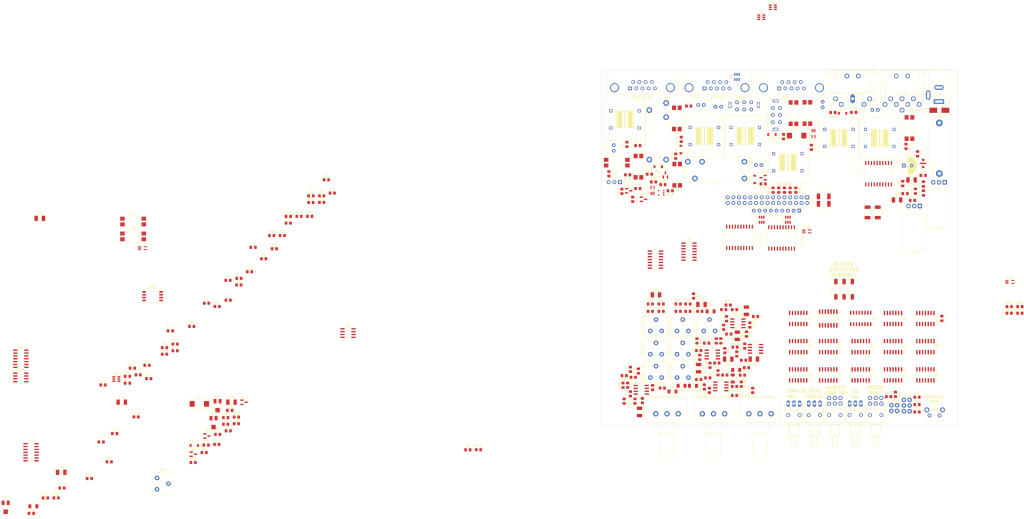
<source format=kicad_pcb>
(kicad_pcb (version 20211014) (generator pcbnew)
  (title_block (date "2023-03-08") (rev "A") (company "ML Elektronika Mateusz Lubecki") (comment 1 "Enclosure: 1455R1602 HAMMOND"))
  (layers (0 "F.Cu" signal) (31 "B.Cu" signal) (34 "B.Paste" user) (35 "F.Paste" user) (36 "B.SilkS" user "B.Silkscreen") (37 "F.SilkS" user "F.Silkscreen") (38 "B.Mask" user) (39 "F.Mask" user) (44 "Edge.Cuts" user))
  (net 0 "")
  (net 1 "Net-(ACC1-Pad1)")
  (net 2 "/RMT_ACC_PIN5")
  (net 3 "Net-(ACC1-Pad3)")
  (net 4 "/RMT_ACC_PIN4")
  (net 5 "/OACC_DPX_RETRN_ND")
  (net 6 "/IACC_DPX_INHIBIT")
  (net 7 "/OACC_DPX_PTT")
  (net 8 "/IACC_SPX_ENABLE")
  (net 9 "/OACC_SPX_PTT")
  (net 10 "/IACC_DPX_PTT")
  (net 11 "/OACC_SPX_ENABLE")
  (net 12 "/IACC_SPX_PTT")
  (net 13 "/OACC_DPX_RETRN")
  (net 14 "/IACC_SPX_INHIBIT")
  (net 15 "+5V")
  (net 16 "/IACC_RETRNSMT")
  (net 17 "/IACC_RETRNSMT_ND")
  (net 18 "/IACC_DPX_MUTE")
  (net 19 "/IACC_DPX_LOOP_INHIBIT")
  (net 20 "DPX_RX_ISOL")
  (net 21 "SPX_RX_ISOL")
  (net 22 "DUPLEX_MASTER_AUD")
  (net 23 "RETRANSMIT_NEVER_DBCED")
  (net 24 "SIMPLEX_MASTER_AUD")
  (net 25 "PC_MASTER_AUD")
  (net 26 "/DPX_RX_AUD")
  (net 27 "Net-(C1-Pad2)")
  (net 28 "/SPX_RX_AUD")
  (net 29 "Net-(C2-Pad2)")
  (net 30 "Net-(C3-Pad2)")
  (net 31 "/PC_FROM_AUD")
  (net 32 "Net-(C4-Pad2)")
  (net 33 "/PC_TO_AUD")
  (net 34 "Net-(C5-Pad2)")
  (net 35 "Net-(C6-Pad1)")
  (net 36 "Net-(C7-Pad1)")
  (net 37 "Net-(C8-Pad1)")
  (net 38 "Net-(C10-Pad1)")
  (net 39 "Net-(C10-Pad2)")
  (net 40 "Net-(C16-Pad1)")
  (net 41 "Net-(C17-Pad1)")
  (net 42 "Net-(C18-Pad1)")
  (net 43 "Net-(C21-Pad1)")
  (net 44 "PC_MIX")
  (net 45 "Net-(C22-Pad1)")
  (net 46 "Net-(C22-Pad2)")
  (net 47 "Net-(C23-Pad1)")
  (net 48 "Net-(C23-Pad2)")
  (net 49 "Net-(C24-Pad1)")
  (net 50 "Net-(C24-Pad2)")
  (net 51 "Net-(C25-Pad1)")
  (net 52 "Net-(C25-Pad2)")
  (net 53 "Net-(C26-Pad1)")
  (net 54 "Net-(C26-Pad2)")
  (net 55 "Net-(C27-Pad1)")
  (net 56 "Net-(C28-Pad1)")
  (net 57 "Net-(C29-Pad2)")
  (net 58 "Net-(C30-Pad2)")
  (net 59 "Net-(C31-Pad1)")
  (net 60 "Net-(C31-Pad2)")
  (net 61 "Net-(C32-Pad1)")
  (net 62 "Net-(C32-Pad2)")
  (net 63 "Net-(C33-Pad1)")
  (net 64 "Net-(C33-Pad2)")
  (net 65 "Net-(C34-Pad1)")
  (net 66 "Net-(C34-Pad2)")
  (net 67 "Net-(C35-Pad2)")
  (net 68 "Net-(C36-Pad2)")
  (net 69 "DPX_RX_ISOL_SW_VOL")
  (net 70 "Net-(C37-Pad2)")
  (net 71 "Net-(C38-Pad1)")
  (net 72 "Net-(C38-Pad2)")
  (net 73 "Net-(C39-Pad1)")
  (net 74 "Net-(C39-Pad2)")
  (net 75 "Net-(C40-Pad1)")
  (net 76 "Net-(C40-Pad2)")
  (net 77 "Net-(C41-Pad1)")
  (net 78 "Net-(C41-Pad2)")
  (net 79 "Net-(C42-Pad1)")
  (net 80 "Net-(C42-Pad2)")
  (net 81 "Net-(C43-Pad2)")
  (net 82 "Net-(C44-Pad1)")
  (net 83 "Net-(C45-Pad1)")
  (net 84 "DUPLEX_MIX")
  (net 85 "Net-(C46-Pad1)")
  (net 86 "SIMPLEX_MIX")
  (net 87 "Net-(C47-Pad1)")
  (net 88 "Net-(C48-Pad1)")
  (net 89 "Net-(C48-Pad2)")
  (net 90 "+VDC")
  (net 91 "/Power/VDDA_UNFUSED")
  (net 92 "/Power/+5V_UNFUSED")
  (net 93 "Net-(C58-Pad1)")
  (net 94 "Net-(D1-Pad1)")
  (net 95 "/~{DPX_INHIBIT}")
  (net 96 "Net-(D2-Pad1)")
  (net 97 "/~{SPX_INHIBIT}")
  (net 98 "Net-(D3-Pad1)")
  (net 99 "/ROGER_PTT_SW")
  (net 100 "Net-(D4-Pad1)")
  (net 101 "/SPX_MSTR_ENABLE")
  (net 102 "/~{RMT_DPX_LOOP_INHIBIT}")
  (net 103 "/~{RMT_DIR_DUPLEX_PTT}")
  (net 104 "/~{RMT_DIR_SIMPLEX_PTT}")
  (net 105 "/~{RMT_SPX_INHIBIT}")
  (net 106 "/~{RMT_DPX_INHIBIT}")
  (net 107 "/SPX_CTCSS_DET")
  (net 108 "/PC_FROM_PTT")
  (net 109 "Net-(D5-Pad1)")
  (net 110 "Net-(D9-Pad1)")
  (net 111 "/DUPLEX_PTT_ISOL")
  (net 112 "/SIMPLEX_PTT_ISOL")
  (net 113 "CLK")
  (net 114 "/CNTR_CLR")
  (net 115 "VDDA")
  (net 117 "/DPX_TX_TAIL")
  (net 118 "/DPX_TX_TAIL_CLR")
  (net 121 "Net-(D12-Pad1)")
  (net 124 "SPX_ENABLE")
  (net 125 "+BATT")
  (net 126 "Net-(IC4-Pad5)")
  (net 127 "/DPX_CTCSS_DET")
  (net 131 "/DPX_CARRIER_DET")
  (net 132 "GND2")
  (net 135 "/SPX_FLAT_TX_AUD")
  (net 136 "/SPX_PTT")
  (net 137 "/SPX_TX_AUD")
  (net 138 "/SPX_PIN6")
  (net 139 "GNDS")
  (net 140 "/SPX_PIN8")
  (net 141 "/SPX_FLAT_PTT")
  (net 142 "/DPX_CTCSS_DET_ISOL")
  (net 143 "/RETRANSMIT")
  (net 144 "/DPX_CARRIER_DET_ISOL")
  (net 145 "/DPX_PTT")
  (net 146 "/DPX_FLAT_PTT")
  (net 147 "/DPX_FLAT_TX_AUD")
  (net 148 "/DPX_TX_AUD")
  (net 152 "GND3")
  (net 154 "DPX_RX_ISOL_SW")
  (net 155 "Net-(Q1-Pad1)")
  (net 156 "Net-(Q2-Pad1)")
  (net 157 "Net-(Q3-Pad1)")
  (net 158 "Net-(Q4-Pad1)")
  (net 159 "Net-(Q4-Pad3)")
  (net 160 "Net-(Q5-Pad1)")
  (net 161 "Net-(Q5-Pad3)")
  (net 162 "Net-(Q6-Pad1)")
  (net 163 "ROGER_PTT_CNTRL_OUT")
  (net 164 "Net-(Q7-Pad1)")
  (net 165 "Net-(Q7-Pad3)")
  (net 166 "Net-(D16-Pad2)")
  (net 167 "Net-(R11-Pad2)")
  (net 168 "Net-(R12-Pad2)")
  (net 169 "Net-(R13-Pad2)")
  (net 170 "/PC_TO_RETR_ACTIVE")
  (net 171 "Net-(R14-Pad2)")
  (net 172 "Net-(R15-Pad2)")
  (net 173 "/SPX_CTCSS_DET_ISOL")
  (net 174 "Net-(D16-Pad3)")
  (net 176 "/SPX_ENABLE_CNTRL")
  (net 177 "/~{DPX_MUTE}")
  (net 178 "/~{RETRANSMIT_NEVER_DBCED}")
  (net 179 "Net-(D18-Pad2)")
  (net 180 "/RETRANSMIT_FROM_ACC")
  (net 181 "/DBC_CNTRL")
  (net 182 "/~{DBC_CNTRL}")
  (net 183 "Net-(D18-Pad4)")
  (net 184 "Net-(R34-Pad2)")
  (net 185 "Net-(R35-Pad2)")
  (net 186 "Net-(R36-Pad2)")
  (net 187 "Net-(R37-Pad2)")
  (net 188 "Net-(R38-Pad2)")
  (net 189 "Net-(R39-Pad2)")
  (net 190 "Net-(R40-Pad2)")
  (net 191 "Net-(D18-Pad6)")
  (net 192 "Net-(R43-Pad2)")
  (net 193 "Net-(IC3-Pad9)")
  (net 194 "Net-(IC3-Pad11)")
  (net 195 "Net-(IC3-Pad14)")
  (net 196 "Net-(D20-Pad1)")
  (net 197 "Net-(IC3-Pad1)")
  (net 198 "ROGER_PTT_INPUT")
  (net 199 "RETRANSMIT_DBCED")
  (net 200 "Net-(R62-Pad1)")
  (net 201 "ROGER_AUDIO")
  (net 202 "Net-(R16-Pad2)")
  (net 203 "Net-(R67-Pad1)")
  (net 204 "Net-(R20-Pad1)")
  (net 205 "Net-(R68-Pad2)")
  (net 206 "Net-(R21-Pad2)")
  (net 208 "Net-(R69-Pad2)")
  (net 209 "Net-(IC5-Pad9)")
  (net 210 "Net-(R21-Pad1)")
  (net 211 "Net-(R22-Pad2)")
  (net 212 "Net-(R70-Pad2)")
  (net 213 "PC_RX_ISOL")
  (net 214 "SPX_RX_ISOL_SW")
  (net 215 "DPX_TX_ISOL")
  (net 216 "SPX_TX_ISOL")
  (net 217 "Net-(R42-Pad2)")
  (net 218 "PC_TX_ISOL")
  (net 220 "Net-(R48-Pad1)")
  (net 221 "Net-(SW5-Pad2)")
  (net 222 "GND1")
  (net 223 "/~{DPX_LOOP_INH_FROM_RMT}")
  (net 224 "/~{DPX_PTT_DIR_FROM_RMT}")
  (net 225 "/~{SPX_PTT_DIR_FROM_RMT}")
  (net 226 "/~{SPX_INHIBIT_FROM_RMT}")
  (net 227 "/~{DPX_INHIBIT_FROM_RMT}")
  (net 228 "Net-(R51-Pad2)")
  (net 229 "Net-(R61-Pad1)")
  (net 230 "/DPX_INHIBIT_FROM_ACC")
  (net 231 "Net-(R63-Pad1)")
  (net 232 "ROGER_AUDIO_SW")
  (net 233 "Net-(R78-Pad1)")
  (net 234 "Net-(R88-Pad1)")
  (net 235 "/DPX_PTT_DIR_FROM_RMT")
  (net 236 "Net-(R89-Pad1)")
  (net 237 "/DPX_RETRN_DBC")
  (net 238 "Net-(R100-Pad2)")
  (net 239 "Net-(R101-Pad2)")
  (net 240 "Net-(R106-Pad2)")
  (net 241 "Net-(R108-Pad2)")
  (net 242 "MAIN_RETRANSMIT")
  (net 243 "/SPX_PTT_AFT_INHIBIT")
  (net 244 "Net-(R110-Pad2)")
  (net 245 "/SPX_INHIBIT_CNTRL")
  (net 247 "/SPX_PTT_FROM_ACC")
  (net 248 "/SPX_ENABLE_FROM_ACC")
  (net 249 "/DPX_LOOP_INH_FROM_ACC")
  (net 250 "/SPX_INHIBIT_FROM_ACC")
  (net 251 "/DPX_PTT_FROM_ACC")
  (net 253 "~{DPX_LOOP_INHIBIT}")
  (net 254 "/DPX_PTT_CNTRL")
  (net 255 "/DPX_PTT_CNTRL_AFT_INIBIT")
  (net 256 "Net-(U20-Pad12)")
  (net 258 "Net-(U22-Pad3)")
  (net 260 "Net-(U23-Pad12)")
  (net 261 "Net-(U24-Pad3)")
  (net 262 "Net-(U25-Pad3)")
  (net 265 "/2Y3")
  (net 268 "Net-(U8-Pad1)")
  (net 269 "Net-(U13-Pad6)")
  (net 273 "Net-(U13-Pad10)")
  (net 274 "Net-(U21-Pad4)")
  (net 275 "Net-(D10-Pad1)")
  (net 276 "Net-(D11-Pad1)")
  (net 277 "Net-(U13-Pad4)")
  (net 278 "Net-(D15-Pad2)")
  (net 279 "Net-(U13-Pad8)")
  (net 282 "Net-(U16-Pad3)")
  (net 283 "Net-(U16-Pad6)")
  (net 284 "Net-(D19-Pad1)")
  (net 285 "Net-(U17-Pad2)")
  (net 286 "Net-(U18-Pad12)")
  (net 287 "/CNTR0")
  (net 288 "/CNTR1")
  (net 289 "/CNTR2")
  (net 290 "/CNTR3")
  (net 291 "Net-(U18-Pad6)")
  (net 292 "Net-(U18-Pad8)")
  (net 293 "/SPX_PTT_CNTRL")
  (net 294 "/DPX_PTT_CNTRL_WO_ROGER")
  (net 295 "Net-(R111-Pad2)")
  (net 296 "Net-(R117-Pad1)")
  (net 297 "Net-(R118-Pad2)")
  (net 298 "Net-(R119-Pad2)")
  (net 300 "Net-(U11-Pad4)")
  (net 305 "/AudioFilters/TONE_DET")
  (net 310 "Net-(U31-Pad3)")
  (net 311 "/ACC_+V")
  (net 312 "/ACC_5V")
  (net 313 "Net-(F5-Pad2)")
  (net 314 "/DPX_LOOP_INH_CNTRL")
  (net 315 "/RETRNSMIT_ND_FROM_ACC")
  (net 316 "GND")
  (net 317 "Net-(R13-Pad1)")
  (net 318 "Net-(C3-Pad1)")
  (net 320 "Net-(U12-Pad2)")
  (net 321 "DUPLEX_MIX_SW")
  (net 322 "Net-(Q1-Pad2)")
  (net 323 "Net-(SW10-Pad2)")
  (footprint "Resistor_SMD:R_0805_2012Metric_Pad1.20x1.40mm_HandSolder" (layer "F.Cu") (at -191.846 170.36)
    (fp_text reference "R116")
    (fp_text value "20k")
  )
  (footprint "Capacitor_SMD:C_1206_3216Metric_Pad1.33x1.80mm_HandSolder" (layer "F.Cu") (at 76.2 149.352)
    (fp_text reference "C46")
    (fp_text value "22u")
  )
  (footprint "swtiches_spdt_dpdt:Ninigi_SS22F03-G6" (layer "F.Cu") (at 79.75 31.35)
    (fp_text reference "SW9")
    (fp_text value "SW_Push_DPDT")
  )
  (footprint "Capacitor_SMD:C_0805_2012Metric_Pad1.18x1.45mm_HandSolder" (layer "F.Cu") (at 157.226 52.832 -90)
    (fp_text reference "C51")
    (fp_text value "100n")
  )
  (footprint "Capacitor_Tantalum_SMD:CP_EIA-3528-21_Kemet-B_Pad1.50x2.35mm_HandSolder" (layer "F.Cu") (at 148.082 73.406)
    (fp_text reference "C57")
    (fp_text value "10u")
  )
  (footprint "Resistor_SMD:R_0805_2012Metric_Pad1.20x1.40mm_HandSolder" (layer "F.Cu") (at 88.25 66.25 180)
    (fp_text reference "R26")
    (fp_text value "22k")
  )
  (footprint "Resistor_SMD:R_0805_2012Metric_Pad1.20x1.40mm_HandSolder" (layer "F.Cu") (at 80.772 148.336 180)
    (fp_text reference "R120")
    (fp_text value "10k")
  )
  (footprint "Diode_SMD:D_SMB_Handsoldering" (layer "F.Cu") (at 166.93 33.37 180)
    (fp_text reference "D20")
    (fp_text value "MURS120-E3")
  )
  (footprint "swtiches_spdt_dpdt:TL3XWO" (layer "F.Cu") (at 102.01 169.48 180)
    (fp_text reference "SW3")
    (fp_text value "SPX_INHIBIT")
  )
  (footprint "Resistor_SMD:R_0805_2012Metric_Pad1.20x1.40mm_HandSolder" (layer "F.Cu") (at 26.162 163.322 -90)
    (fp_text reference "R74")
    (fp_text value "51k")
  )
  (footprint "potentiometers:Potentiometer_SRpassives_1028F" (layer "F.Cu") (at 42.926 131.941 90)
    (fp_text reference "SPX_VOL_1")
    (fp_text value "10k")
  )
  (footprint "Package_TO_SOT_SMD:SOT-23" (layer "F.Cu") (at 44.58 62.27 90)
    (fp_text reference "Q2")
    (fp_text value "BC856")
  )
  (footprint "potentiometers:Potentiometer_SRpassives_1028F" (layer "F.Cu") (at 54.864 142.355 90)
    (fp_text reference "DPX_HI1")
    (fp_text value "10k")
  )
  (footprint "sterownik:MAB5SH" (layer "F.Cu") (at 128.2 23.13 180)
    (fp_text reference "X2" hide)
    (fp_text value "PC")
  )
  (footprint "Capacitor_SMD:C_1206_3216Metric_Pad1.33x1.80mm_HandSolder" (layer "F.Cu") (at 74.676 153.2005 -90)
    (fp_text reference "C45")
    (fp_text value "22u")
  )
  (footprint "Resistor_SMD:R_0805_2012Metric_Pad1.20x1.40mm_HandSolder" (layer "F.Cu") (at 97.756 69.056 90)
    (fp_text reference "R38")
    (fp_text value "660")
  )
  (footprint "Resistor_SMD:R_0805_2012Metric_Pad1.20x1.40mm_HandSolder" (layer "F.Cu") (at 64.262 158.496 90)
    (fp_text reference "R110")
    (fp_text value "20k")
  )
  (footprint "Package_SO:SOIC-14_3.9x8.7mm_P1.27mm" (layer "F.Cu") (at 117.3 138.94 -90)
    (fp_text reference "U15")
    (fp_text value "74HC74")
  )
  (footprint "Resistor_SMD:R_0805_2012Metric_Pad1.20x1.40mm_HandSolder" (layer "F.Cu") (at -150.806 109.36)
    (fp_text reference "R41")
    (fp_text value "51k")
  )
  (footprint "Package_SO:SO-14_3.9x8.65mm_P1.27mm" (layer "F.Cu") (at 146.26 138.93 -90)
    (fp_text reference "U17")
    (fp_text value "74HC32D")
  )
  (footprint "Capacitor_SMD:C_0805_2012Metric_Pad1.18x1.45mm_HandSolder" (layer "F.Cu") (at -207.486 181.54)
    (fp_text reference "C47")
    (fp_text value "10n")
  )
  (footprint "Resistor_SMD:R_0805_2012Metric_Pad1.20x1.40mm_HandSolder" (layer "F.Cu") (at 50.292 123.19)
    (fp_text reference "R76")
    (fp_text value "R")
  )
  (footprint "Capacitor_SMD:C_0805_2012Metric_Pad1.18x1.45mm_HandSolder" (layer "F.Cu") (at 159.86 70.35 90)
    (fp_text reference "C54")
    (fp_text value "100n")
  )
  (footprint "Resistor_SMD:R_0805_2012Metric_Pad1.20x1.40mm_HandSolder" (layer "F.Cu") (at -167.026 129.92)
    (fp_text reference "R44")
    (fp_text value "10k")
  )
  (footprint "Resistor_SMD:R_0805_2012Metric_Pad1.20x1.40mm_HandSolder" (layer "F.Cu") (at 32.512 149.86 90)
    (fp_text reference "R72")
    (fp_text value "10k")
  )
  (footprint "Connector_Dsub:DSUB-9_Female_Horizontal_P2.77x2.84mm_EdgePinOffset4.94mm_Housed_MountingHolesOffset7.48mm" (layer "F.Cu") (at 28.81 23.580331 180)
    (fp_text reference "J1" hide)
    (fp_text value "DUPLEX_RX")
  )
  (footprint "Capacitor_SMD:C_0805_2012Metric_Pad1.18x1.45mm_HandSolder" (layer "F.Cu") (at -201.436 177.81)
    (fp_text reference "C43")
    (fp_text value "2u2")
  )
  (footprint "Capacitor_Tantalum_SMD:CP_EIA-7343-31_Kemet-D_Pad2.25x2.55mm_HandSolder" (layer "F.Cu") (at 103.2 44.7)
    (fp_text reference "C8")
    (fp_text value "330u")
  )
  (footprint "Capacitor_SMD:C_0805_2012Metric_Pad1.18x1.45mm_HandSolder" (layer "F.Cu") (at 59.944 143.748 90)
    (fp_text reference "C29")
    (fp_text value "10n")
  )
  (footprint "Package_SO:SO-14_3.9x8.65mm_P1.27mm" (layer "F.Cu") (at 117.31 151.57 -90)
    (fp_text reference "U21")
    (fp_text value "74HC08D")
  )
  (footprint "Package_SO:SOIC-8_3.9x4.9mm_P1.27mm" (layer "F.Cu") (at -97.19 132.9)
    (fp_text reference "IC4")
    (fp_text value "LM567CH")
  )
  (footprint "Resistor_THT:R_Array_SIP9" (layer "F.Cu") (at 104.375 78.2 180)
    (fp_text reference "RN1")
    (fp_text value "22k")
  )
  (footprint "Resistor_SMD:R_0805_2012Metric_Pad1.20x1.40mm_HandSolder" (layer "F.Cu") (at 42.672 123.19)
    (fp_text reference "R79")
    (fp_text value "R")
  )
  (footprint "Resistor_SMD:R_0805_2012Metric_Pad1.20x1.40mm_HandSolder" (layer "F.Cu") (at 46.72 69.33 180)
    (fp_text reference "R19")
    (fp_text value "10k")
  )
  (footprint "Package_SO:SO-14_3.9x8.65mm_P1.27mm" (layer "F.Cu") (at 55.118 96.52)
    (fp_text reference "U31")
    (fp_text value "HEF4093B")
  )
  (footprint "Resistor_SMD:R_0805_2012Metric_Pad1.20x1.40mm_HandSolder" (layer "F.Cu") (at 30.226 152.654 180)
    (fp_text reference "R71")
    (fp_text value "10k")
  )
  (footprint "Capacitor_SMD:C_1206_3216Metric_Pad1.33x1.80mm_HandSolder" (layer "F.Cu") (at 56.896 156.464 180)
    (fp_text reference "C39")
    (fp_text value "22u")
  )
  (footprint "Package_TO_SOT_SMD:SOT-353_SC-70-5_Handsoldering" (layer "F.Cu") (at -188.986 94.97)
    (fp_text reference "U14")
    (fp_text value "74LVC1G06GW")
  )
  (footprint "LED:LED_MENTOR_1801" (layer "F.Cu") (at 145.53 165.13)
    (fp_text reference "D16")
    (fp_text value "LED_Dual_AKKA")
  )
  (footprint "Package_TO_SOT_SMD:SOT-353_SC-70-5_Handsoldering" (layer "F.Cu") (at 110.75 43.8 -90)
    (fp_text reference "U10")
    (fp_text value "74LVC1G06")
  )
  (footprint "Resistor_SMD:R_0805_2012Metric_Pad1.20x1.40mm_HandSolder" (layer "F.Cu") (at -179.166 139.4)
    (fp_text reference "R4")
    (fp_text value "10k")
  )
  (footprint "Connector_PinHeader_2.54mm:PinHeader_1x03_P2.54mm_Vertical" (layer "F.Cu") (at 24.335 65.5 -90)
    (fp_text reference "J5")
    (fp_text value "Conn_01x03_Male")
  )
  (footprint "Resistor_SMD:R_0805_2012Metric_Pad1.20x1.40mm_HandSolder" (layer "F.Cu") (at -161.466 186.26)
    (fp_text reference "R59")
    (fp_text value "R")
  )
  (footprint "Resistor_SMD:R_0805_2012Metric_Pad1.20x1.40mm_HandSolder" (layer "F.Cu") (at -114.306 80.76)
    (fp_text reference "R32")
    (fp_text value "51k")
  )
  (footprint "Resistor_SMD:R_0805_2012Metric_Pad1.20x1.40mm_HandSolder" (layer "F.Cu") (at 202.91 121.09)
    (fp_text reference "R66")
    (fp_text value "10k")
  )
  (footprint "Resistor_SMD:R_0805_2012Metric_Pad1.20x1.40mm_HandSolder" (layer "F.Cu") (at 28.956 149.098 90)
    (fp_text reference "R101")
    (fp_text value "10k")
  )
  (footprint "Package_SO:SO-14_3.9x8.65mm_P1.27mm" (layer "F.Cu") (at 131.79 151.56 -90)
    (fp_text reference "U22")
    (fp_text value "74HC08D")
  )
  (footprint "Capacitor_THT:C_Radial_D6.3mm_H7.0mm_P2.50mm" (layer "F.Cu") (at 114.83 29.57 -90)
    (fp_text reference "C4")
    (fp_text value "120u")
  )
  (footprint "paratnc_cp:NORMAL" (layer "F.Cu") (at 99.265 55.295 180)
    (fp_text reference "TR6" hide)
    (fp_text value "CRIYCHLEY9000" hide)
  )
  (footprint "Resistor_SMD:R_0805_2012Metric_Pad1.20x1.40mm_HandSolder" (layer "F.Cu") (at 128.69 34.32)
    (fp_text reference "R15")
    (fp_text value "R")
  )
  (footprint "Capacitor_THT:C_Radial_D6.3mm_H7.0mm_P2.50mm" (layer "F.Cu") (at 59.2 31)
    (fp_text reference "C3")
    (fp_text value "C_Polarized")
  )
  (footprint "Resistor_SMD:R_0805_2012Metric_Pad1.20x1.40mm_HandSolder" (layer "F.Cu") (at 71.12 140.716 -90)
    (fp_text reference "R96")
    (fp_text value "20k")
  )
  (footprint "Package_SO:SOIC-8_3.9x4.9mm_P1.27mm" (layer "F.Cu") (at 65.532 142.478)
    (fp_text reference "U33")
    (fp_text value "LMV358")
  )
  (footprint "Resistor_SMD:R_0805_2012Metric_Pad1.20x1.40mm_HandSolder" (layer "F.Cu") (at 82.296 129.286 -90)
    (fp_text reference "R93")
    (fp_text value "20k")
  )
  (footprint "Package_SO:SOIC-8_3.9x4.9mm_P1.27mm" (layer "F.Cu") (at 33.782 158.242)
    (fp_text reference "U36")
    (fp_text value "LMV358")
  )
  (footprint "Resistor_SMD:R_0805_2012Metric_Pad1.20x1.40mm_HandSolder" (layer "F.Cu") (at 30.988 163.322 90)
    (fp_text reference "R73")
    (fp_text value "10k")
  )
  (footprint "Resistor_SMD:R_0805_2012Metric_Pad1.20x1.40mm_HandSolder" (layer "F.Cu") (at 54.61 123.19)
    (fp_text reference "R77")
    (fp_text value "R")
  )
  (footprint "sterownik:SO14" (layer "F.Cu") (at 117.3 126.38 180)
    (fp_text reference "IC2")
    (fp_text value "74HC393M")
  )
  (footprint "Capacitor_SMD:C_0805_2012Metric_Pad1.18x1.45mm_HandSolder" (layer "F.Cu") (at -238.676 213.45)
    (fp_text reference "C24")
    (fp_text value "10n")
  )
  (footprint "swtiches_spdt_dpdt:Ninigi_MSS-2235S" (layer "F.Cu") (at 117.4165 113.3 90)
    (fp_text reference "SW1")
    (fp_text value "DEBOUNCE")
  )
  (footprint "swtiches_spdt_dpdt:TL4XWO" (layer "F.Cu") (at 120.25 169.5 180)
    (fp_text reference "SW7")
    (fp_text value "SW_DPDT_x2")
  )
  (footprint "Capacitor_SMD:C_0805_2012Metric_Pad1.18x1.45mm_HandSolder" (layer "F.Cu") (at -160.576 182.94)
    (fp_text reference "C20")
    (fp_text value "100n")
  )
  (footprint "Resistor_SMD:R_0805_2012Metric_Pad1.20x1.40mm_HandSolder" (layer "F.Cu") (at -147.046 173.37)
    (fp_text reference "R68")
    (fp_text value "100k")
  )
  (footprint "Resistor_SMD:R_0805_2012Metric_Pad1.20x1.40mm_HandSolder" (layer "F.Cu") (at -38.925 184.995)
    (fp_text reference "R10")
    (fp_text value "10k")
  )
  (footprint "Resistor_SMD:R_0805_2012Metric_Pad1.20x1.40mm_HandSolder" (layer "F.Cu") (at 59.944 123.19)
    (fp_text reference "R85")
    (fp_text value "51k")
  )
  (footprint "Resistor_SMD:R_0805_2012Metric_Pad1.20x1.40mm_HandSolder" (layer "F.Cu") (at 92.676 69.056 90)
    (fp_text reference "R40")
    (fp_text value "660")
  )
  (footprint "Resistor_SMD:R_0805_2012Metric_Pad1.20x1.40mm_HandSolder" (layer "F.Cu") (at 80.01 138.684 90)
    (fp_text reference "R122")
    (fp_text value "10k")
  )
  (footprint "Resistor_SMD:R_0805_2012Metric_Pad1.20x1.40mm_HandSolder" (layer "F.Cu") (at 75.438 122.428 180)
    (fp_text reference "R86")
    (fp_text value "51k")
  )
  (footprint "Resistor_SMD:R_0805_2012Metric_Pad1.20x1.40mm_HandSolder" (layer "F.Cu") (at -166.356 190.71)
    (fp_text reference "R61")
    (fp_text value "4k7")
  )
  (footprint "paratnc_cp:NORMAL" (layer "F.Cu") (at 62.025 46.175)
    (fp_text reference "TR2" hide)
    (fp_text value "CRIYCHLEY9000" hide)
  )
  (footprint "Package_TO_SOT_SMD:SOT-23-6" (layer "F.Cu") (at 99.28 82.264 90)
    (fp_text reference "D13")
    (fp_text value "ESDA6V1-5SC6")
  )
  (footprint "Resistor_SMD:R_0805_2012Metric_Pad1.20x1.40mm_HandSolder" (layer "F.Cu") (at -113.776 74.6)
    (fp_text reference "R33")
    (fp_text value "51k")
  )
  (footprint "Package_SO:SOIC-14_3.9x8.7mm_P1.27mm" (layer "F.Cu") (at 103.91 138.95 -90)
    (fp_text reference "U13")
    (fp_text value "74AHC04")
  )
  (footprint "Resistor_SMD:R_0805_2012Metric_Pad1.20x1.40mm_HandSolder" (layer "F.Cu") (at 58.674 136.382 -90)
    (fp_text reference "R90")
    (fp_text value "20k")
  )
  (footprint "Package_SO:SO-14_3.9x8.65mm_P1.27mm" (layer "F.Cu") (at 103.9 126.37 -90)
    (fp_text reference "IC1")
    (fp_text value "74HC107D")
  )
  (footprint "Resistor_SMD:R_0805_2012Metric_Pad1.20x1.40mm_HandSolder" (layer "F.Cu") (at -150.666 176.57)
    (fp_text reference "R60")
    (fp_text value "5k1")
  )
  (footprint "Capacitor_THT:C_Radial_D6.3mm_H7.0mm_P2.50mm" (layer "F.Cu") (at 66.95 31.8)
    (fp_text reference "C2")
    (fp_text value "C_Polarized")
  )
  (footprint "Capacitor_SMD:C_1206_3216Metric_Pad1.33x1.80mm_HandSolder" (layer "F.Cu") (at 51.816 156.464 180)
    (fp_text reference "C38")
    (fp_text value "22u")
  )
  (footprint "Resistor_SMD:R_0805_2012Metric_Pad1.20x1.40mm_HandSolder" (layer "F.Cu") (at 28.956 160.02 90)
    (fp_text reference "R69")
    (fp_text value "51k")
  )
  (footprint "Potentiometer_THT:Potentiometer_Alps_RK163_Single_Horizontal" (layer "F.Cu") (at 40.31 168.94 -90)
    (fp_text reference "MAIN_OUT_VOL_SPX_1")
    (fp_text value "10k")
  )
  (footprint "Resistor_SMD:R_0805_2012Metric_Pad1.20x1.40mm_HandSolder" (layer "F.Cu") (at 71.12 151.638)
    (fp_text reference "R112")
    (fp_text value "20k")
  )
  (footprint "swtiches_spdt_dpdt:Ninigi_SS22F03-G6" (layer "F.Cu") (at 94.1 35.5 90)
    (fp_text reference "SW10")
    (fp_text value "SW_Push_DPDT")
  )
  (footprint "Resistor_SMD:R_0805_2012Metric_Pad1.20x1.40mm_HandSolder" (layer "F.Cu") (at -145.986 111.4)
    (fp_text reference "R8")
    (fp_text value "10k")
  )
  (footprint "Resistor_SMD:R_0805_2012Metric_Pad1.20x1.40mm_HandSolder" (layer "F.Cu") (at 39.28 65.37)
    (fp_text reference "R29")
    (fp_text value "22k")
  )
  (footprint "Package_SO:SOIC-8_3.9x4.9mm_P1.27mm" (layer "F.Cu") (at 76.962 128.524)
    (fp_text reference "U34")
    (fp_text value "LMV358")
  )
  (footprint "Package_DIP:SMDIP-4_W9.53mm" (layer "F.Cu") (at 49.86 62.16 -90)
    (fp_text reference "U3")
    (fp_text value "SFH617A-1")
  )
  (footprint "Capacitor_SMD:C_0805_2012Metric_Pad1.18x1.45mm_HandSolder" (layer "F.Cu") (at 150.59 66.12 90)
    (fp_text reference "C58")
    (fp_text value "1u")
  )
  (footprint "Fuse:Fuse_2010_5025Metric_Pad1.52x2.65mm_HandSolder" (layer "F.Cu") (at 115.282 71.85)
    (fp_text reference "F1")
    (fp_text value "Polyfuse")
  )
  (footprint "Capacitor_Tantalum_SMD:CP_EIA-3528-21_Kemet-B_Pad1.50x2.35mm_HandSolder" (layer "F.Cu") (at -234.846 81.66)
    (fp_text reference "C7")
    (fp_text value "47u")
  )
  (footprint "Capacitor_SMD:C_0805_2012Metric_Pad1.18x1.45mm_HandSolder" (layer "F.Cu") (at -232.336 206.56)
    (fp_text reference "C37")
    (fp_text value "10n")
  )
  (footprint "Package_DIP:SMDIP-4_W9.53mm" (layer "F.Cu") (at 101.8 34.65 90)
    (fp_text reference "U30")
    (fp_text value "SFH617A-1")
  )
  (footprint "Package_SO:SOIC-8_3.9x4.9mm_P1.27mm" (layer "F.Cu") (at 69.342 156.718)
    (fp_text reference "U37")
    (fp_text value "LMV358")
  )
  (footprint "Connector_PinHeader_2.54mm:PinHeader_2x15_P2.54mm_Vertical" (layer "F.Cu") (at 107.939 72.265 -90)
    (fp_text reference "ACC1")
    (fp_text value "Conn_02x15_Odd_Even")
  )
  (footprint "Package_SO:SO-14_3.9x8.65mm_P1.27mm" (layer "F.Cu") (at 160.73 138.95 -90)
    (fp_text reference "U18")
    (fp_text value "74HC32D")
  )
  (footprint "Package_DIP:SMDIP-4_W9.53mm" (layer "F.Cu") (at 108 34.6 90)
    (fp_text reference "U6")
    (fp_text value "SFH617A-1")
  )
  (footprint "potentiometers:Potentiometer_SRpassives_1028F" (layer "F.Cu") (at -182.487 202.692)
    (fp_text reference "RV3")
    (fp_text value "10k")
  )
  (footprint "paratnc_cp:NORMAL" (layer "F.Cu") (at 122.085 46.985)
    (fp_text reference "TR4" hide)
    (fp_text value "CRIYCHLEY9000" hide)
  )
  (footprint "Diode_SMD:D_SOD-123" (layer "F.Cu") (at 92.15 44.2 180)
    (fp_text reference "D15")
    (fp_text value "1N4148W")
  )
  (footprint "paratnc_cp:NORMAL" (layer "F.Cu") (at 80.275 46.125)
    (fp_text reference "TR3" hide)
    (fp_text value "CRIYCHLEY9000" hide)
  )
  (footprint "Resistor_SMD:R_0805_2012Metric_Pad1.20x1.40mm_HandSolder" (layer "F.Cu") (at 34.29 163.068 90)
    (fp_text reference "R75")
    (fp_text value "10k")
  )
  (footprint "Package_TO_SOT_SMD:SOT-23" (layer "F.Cu") (at -143.646 163.81)
    (fp_text reference "Q7")
    (fp_text value "BC848")
  )
  (footprint "Resistor_SMD:R_0805_2012Metric_Pad1.20x1.40mm_HandSolder" (layer "F.Cu") (at 72.644 120.396)
    (fp_text reference "R87")
    (fp_text value "51k")
  )
  (footprint "Package_TO_SOT_SMD:SOT-23" (layer "F.Cu") (at -160.236 178.91)
    (fp_text reference "Q5")
    (fp_text value "BC858")
  )
  (footprint "Capacitor_THT:C_Radial_D6.3mm_H7.0mm_P2.50mm" (layer "F.Cu") (at 21.52 51.45 90)
    (fp_text reference "C1")
    (fp_text value "C_Polarized")
  )
  (footprint "Package_SO:TSOP-5_1.65x3.05mm_P0.95mm" (layer "F.Cu") (at 42.66 70.21 180)
    (fp_text reference "U9")
    (fp_text value "74AHC1G08GV")
  )
  (footprint "Package_TO_SOT_SMD:SOT-23-6" (layer "F.Cu") (at 87.41 -8.18)
    (fp_text reference "D6")
    (fp_text value "ESDA6V1-5SC6")
  )
  (footprint "LED_SMD:LED_0805_2012Metric_Pad1.15x1.40mm_HandSolder" (layer "F.Cu") (at -43.67 185.04)
    (fp_text reference "D5")
    (fp_text value "LED")
  )
  (footprint "Capacitor_Tantalum_SMD:CP_EIA-3528-21_Kemet-B_Pad1.50x2.35mm_HandSolder" (layer "F.Cu") (at 60.706 120.142)
    (fp_text reference "C25")
    (fp_text value "22u")
  )
  (footprint "Resistor_SMD:R_0805_2012Metric_Pad1.20x1.40mm_HandSolder" (layer "F.Cu") (at 61.976 156.972 90)
    (fp_text reference "R114")
    (fp_text value "33k")
  )
  (footprint "Package_TO_SOT_SMD:SOT-353_SC-70-5_Handsoldering" (layer "F.Cu") (at 107.714 87.46)
    (fp_text reference "U35")
    (fp_text value "74AHC1G32GW")
  )
  (footprint "Package_DIP:SMDIP-4_W9.53mm" (layer "F.Cu") (at 22.87 56.79 180)
    (fp_text reference "U1")
    (fp_text value "SFH617A-1")
  )
  (footprint "Package_DIP:SMDIP-4_W9.53mm" (layer "F.Cu") (at 49.7 37.02 -90)
    (fp_text reference "U4")
    (fp_text value "SFH617A-1")
  )
  (footprint "Capacitor_SMD:C_1206_3216Metric_Pad1.33x1.80mm_HandSolder" (layer "F.Cu") (at -237.746 210.27)
    (fp_text reference "C41")
    (fp_text value "22u")
  )
  (footprint "Button_Switch_THT:SW_Tactile_SKHH_Angled" (layer "F.Cu") (at 167.1 169.7 180)
    (fp_text reference "SW8")
    (fp_text value "SKHHLRA010")
  )
  (footprint "Resistor_SMD:R_0805_2012Metric_Pad1.20x1.40mm_HandSolder" (layer "F.Cu") (at 27.4 48.61 90)
    (fp_text reference "R11")
    (fp_text value "R")
  )
  (footprint "Package_DIP:SMDIP-4_W9.53mm" (layer "F.Cu") (at -193.186 89.72)
    (fp_text reference "U28")
    (fp_text value "SFH617A-1")
  )
  (footprint "Capacitor_SMD:C_0805_2012Metric_Pad1.18x1.45mm_HandSolder" (layer "F.Cu") (at 67.31 136.398 90)
    (fp_text reference "C23")
    (fp_text value "10n")
  )
  (footprint "Resistor_SMD:R_0805_2012Metric_Pad1.20x1.40mm_HandSolder" (layer "F.Cu") (at 37.846 119.888)
    (fp_text reference "R82")
    (fp_text value "R")
  )
  (footprint "Resistor_SMD:R_0805_2012Metric_Pad1.20x1.40mm_HandSolder" (layer "F.Cu") (at -119.056 80.76)
    (fp_text reference "R46")
    (fp_text value "10k")
  )
  (footprint "Diode_SMD:D_SOD-123" (layer "F.Cu") (at 123.72 34.73)
    (fp_text reference "D10")
    (fp_text value "1N4148W")
  )
  (footprint "Resistor_SMD:R_0805_2012Metric_Pad1.20x1.40mm_HandSolder" (layer "F.Cu") (at 102.836 69.056 90)
    (fp_text reference "R36")
    (fp_text value "660")
  )
  (footprint "Package_TO_SOT_SMD:SOT-23-6" (layer "F.Cu") (at -200.686 153.45)
    (fp_text reference "D8")
    (fp_text value "ESDA6V1-5SC6")
  )
  (footprint "Resistor_SMD:R_0805_2012Metric_Pad1.20x1.40mm_HandSolder" (layer "F.Cu") (at -147.046 170.42)
    (fp_text reference "R58")
    (fp_text value "R")
  )
  (footprint "Resistor_SMD:R_0805_2012Metric_Pad1.20x1.40mm_HandSolder" (layer "F.Cu") (at 38.862 157.226 -90)
    (fp_text reference "R100")
    (fp_text value "51k")
  )
  (footprint "Resistor_SMD:R_0805_2012Metric_Pad1.20x1.40mm_HandSolder" (layer "F.Cu") (at 97.35 45.15 90)
    (fp_text reference "R51")
    (fp_text value "660")
  )
  (footprint "Resistor_SMD:R_0805_2012Metric_Pad1.20x1.40mm_HandSolder" (layer "F.Cu") (at 67.564 146.304 180)
    (fp_text reference "R91")
    (fp_text value "20k")
  )
  (footprint "Resistor_SMD:R_0805_2012Metric_Pad1.20x1.40mm_HandSolder" (layer "F.Cu") (at 78.486 155.7405 -90)
    (fp_text reference "R109")
    (fp_text value "20k")
  )
  (footprint "Resistor_SMD:R_0805_2012Metric_Pad1.20x1.40mm_HandSolder" (layer "F.Cu") (at 147.32 160.274 -90)
    (fp_text reference "R52")
    (fp_text value "10k")
  )
  (footprint "Capacitor_SMD:C_0805_2012Metric_Pad1.18x1.45mm_HandSolder" (layer "F.Cu") (at 168.05 126.35 -90)
    (fp_text reference "C15")
    (fp_text value "100n")
  )
  (footprint "Package_TO_SOT_SMD:SOT-23" (layer "F.Cu") (at 88.248 63.474 180)
    (fp_text reference "Q1")
    (fp_text value "BC856")
  )
  (footprint "Capacitor_SMD:C_0805_2012Metric_Pad1.18x1.45mm_HandSolder" (layer "F.Cu") (at 72.898 133.35 180)
    (fp_text reference "C30")
    (fp_text value "10n")
  )
  (footprint "Package_SO:SOIC-8_3.9x4.9mm_P1.27mm" (layer "F.Cu") (at 84.836 139.954)
    (fp_text reference "U38")
    (fp_text value "LMV358")
  )
  (footprint "Resistor_SMD:R_0805_2012Metric_Pad1.20x1.40mm_HandSolder" (layer "F.Cu") (at 43.18 157.48)
    (fp_text reference "R104")
    (fp_text value "51k")
  )
  (footprint "LED_SMD:LED_0805_2012Metric_Pad1.15x1.40mm_HandSolder" (layer "F.Cu") (at -106.871 64.435)
    (fp_text reference "D3")
    (fp_text value "LED")
  )
  (footprint "Package_SO:SOIC-14_3.9x8.7mm_P1.27mm" (layer "F.Cu") (at 160.69 126.41 -90)
    (fp_text reference "U11")
    (fp_text value "74AHC04")
  )
  (footprint "Resistor_SMD:R_0805_2012Metric_Pad1.20x1.40mm_HandSolder" (layer "F.Cu") (at -130.076 95.24)
    (fp_text reference "R22")
    (fp_text value "22k")
  )
  (footprint "Potentiometer_SMD:Potentiometer_Bourns_3314J_Vertical" (layer "F.Cu") (at -155.456 165.36)
    (fp_text reference "RV1")
    (fp_text value "100k")
  )
  (footprint "Package_SO:SO-16_3.9x9.9mm_P1.27mm" (layer "F.Cu") (at 131.83 126.37 -90)
    (fp_text reference "IC3")
    (fp_text value "74HC85D")
  )
  (footprint "Capacitor_SMD:C_0805_2012Metric_Pad1.18x1.45mm_HandSolder" (layer "F.Cu") (at -176.556 131.91)
    (fp_text reference "C11")
    (fp_text value "100n")
  )
  (footprint "Resistor_SMD:R_0805_2012Metric_Pad1.20x1.40mm_HandSolder" (layer "F.Cu") (at 54.61 119.888)
    (fp_text reference "R81")
    (fp_text value "R")
  )
  (footprint "Resistor_SMD:R_0805_2012Metric_Pad1.20x1.40mm_HandSolder" (layer "F.Cu") (at -174.416 137.84)
    (fp_text reference "R34")
    (fp_text value "51k")
  )
  (footprint "potentiometers:Potentiometer_SRpassives_1028F" (layer "F.Cu") (at 42.926 142.355 90)
    (fp_text reference "SPX_HI1")
    (fp_text value "10k")
  )
  (footprint "Package_TO_SOT_SMD:SOT-353_SC-70-5_Handsoldering" (layer "F.Cu") (at 198.45 110.04)
    (fp_text reference "U32")
    (fp_text value "74AHC1G32GW")
  )
  (footprint "Resistor_SMD:R_0805_2012Metric_Pad1.20x1.40mm_HandSolder" (layer "F.Cu") (at 198.16 124.04)
    (fp_text reference "R62")
    (fp_text value "0")
  )
  (footprint "Capacitor_Tantalum_SMD:CP_EIA-3528-21_Kemet-B_Pad1.50x2.35mm_HandSolder" (layer "F.Cu") (at -198.246 163.76)
    (fp_text reference "C44")
    (fp_text value "10u")
  )
  (footprint "Capacitor_SMD:C_0805_2012Metric_Pad1.18x1.45mm_HandSolder" (layer "F.Cu") (at -151.826 170.64)
    (fp_text reference "C18")
    (fp_text value "100n")
  )
  (footprint "Resistor_SMD:R_0805_2012Metric_Pad1.20x1.40mm_HandSolder" (layer "F.Cu") (at -123.866 83.77)
    (fp_text reference "R43")
    (fp_text value "660")
  )
  (footprint "Resistor_SMD:R_0805_2012Metric_Pad1.20x1.40mm_HandSolder" (layer "F.Cu") (at 27.686 156.21 -90)
    (fp_text reference "R70")
    (fp_text value "10k")
  )
  (footprint "Resistor_SMD:R_0805_2012Metric_Pad1.20x1.40mm_HandSolder" (layer "F.Cu") (at 156.972 168.148)
    (fp_text reference "R55")
    (fp_text value "10k")
  )
  (footprint "Capacitor_Tantalum_SMD:CP_EIA-3528-21_Kemet-B_Pad1.50x2.35mm_HandSolder" (layer "F.Cu") (at -225.296 195.11)
    (fp_text reference "C42")
    (fp_text value "220u")
  )
  (footprint "Capacitor_Tantalum_SMD:CP_EIA-3528-21_Kemet-B_Pad1.50x2.35mm_HandSolder" (layer "F.Cu") (at 84.074 144.526 180)
    (fp_text reference "C48")
    (fp_text value "220u")
  )
  (footprint "potentiometers:Potentiometer_SRpassives_1028F" (layer "F.Cu") (at 42.926 152.769 90)
    (fp_text reference "SPX_LO1")
    (fp_text value "10k")
  )
  (footprint "Resistor_SMD:R_0805_2012Metric_Pad1.20x1.40mm_HandSolder" (layer "F.Cu") (at 32.258 68.326)
    (fp_text reference "R25")
    (fp_text value "2k2")
  )
  (footprint "Capacitor_SMD:C_0805_2012Metric_Pad1.18x1.45mm_HandSolder" (layer "F.Cu") (at -150.026 167.44)
    (fp_text reference "C16")
    (fp_text value "100n")
  )
  (footprint "Resistor_SMD:R_0805_2012Metric_Pad1.20x1.40mm_HandSolder" (layer "F.Cu") (at 156.972 164.846)
    (fp_text reference "R54")
    (fp_text value "10k")
  )
  (footprint "Resistor_SMD:R_0805_2012Metric_Pad1.20x1.40mm_HandSolder" (layer "F.Cu") (at -190.946 151.55)
    (fp_text reference "R27")
    (fp_text value "2k2")
  )
  (footprint "Resistor_SMD:R_0805_2012Metric_Pad1.20x1.40mm_HandSolder" (layer "F.Cu") (at 119.38 34.38 180)
    (fp_text reference "R16")
    (fp_text value "600")
  )
  (footprint "Resistor_SMD:R_0805_2012Metric_Pad1.20x1.40mm_HandSolder" (layer "F.Cu") (at 51.66 46.38 90)
    (fp_text reference "R20")
    (fp_text value "330")
  )
  (footprint "74HC244D_652:SOIC127P1032X265-20N" (layer "F.Cu") (at 77.69 90.138 -90)
    (fp_text reference "U29")
    (fp_text value "74HC244D,652")
  )
  (footprint "Capacitor_SMD:C_0805_2012Metric_Pad1.18x1.45mm_HandSolder" (layer "F.Cu") (at -139.606 94.62)
    (fp_text reference "C14")
    (fp_text value "100n")
  )
  (footprint "Capacitor_SMD:C_0805_2012Metric_Pad1.18x1.45mm_HandSolder" (layer "F.Cu") (at 62.992 137.398)
    (fp_text reference "C31")
    (fp_text value "10n")
  )
  (footprint "potentiometers:Potentiometer_SRpassives_1028F" (layer "F.Cu") (at 54.864 152.769 90)
    (fp_text reference "DPX_LO1")
    (fp_text value "10k")
  )
  (footprint "Resistor_SMD:R_0805_2012Metric_Pad1.20x1.40mm_HandSolder" (layer "F.Cu") (at 70.612 122.428 180)
    (fp_text reference "R92")
    (fp_text value "20k")
  )
  (footprint "Resistor_SMD:R_0805_2012Metric_Pad1.20x1.40mm_HandSolder" (layer "F.Cu") (at 43.46 66.58)
    (fp_text reference "R28")
    (fp_text value "22k")
  )
  (footprint "Resistor_SMD:R_0805_2012Metric_Pad1.20x1.40mm_HandSolder" (layer "F.Cu") (at -141.166 105.5)
    (fp_text reference "R42")
    (fp_text value "660")
  )
  (footprint "Resistor_SMD:R_0805_2012Metric_Pad1.20x1.40mm_HandSolder" (layer "F.Cu") (at 144.272 161.29)
    (fp_text reference "R53")
    (fp_text value "10k")
  )
  (footprint "Fuse:Fuse_2010_5025Metric_Pad1.52x2.65mm_HandSolder" (layer "F.Cu") (at 134.874 78.994 -90)
    (fp_text reference "F2")
    (fp_text value "Polyfuse")
  )
  (footprint "Resistor_SMD:R_0805_2012Metric_Pad1.20x1.40mm_HandSolder" (layer "F.Cu") (at -212.716 197.87)
    (fp_text reference "R117")
    (fp_text value "20k")
  )
  (footprint "Resistor_SMD:R_0805_2012Metric_Pad1.20x1.40mm_HandSolder" (layer "F.Cu") (at -227.556 206.53)
    (fp_text reference "R95")
    (fp_text value "51k")
  )
  (footprint "Package_SO:SO-14_3.9x8.65mm_P1.27mm" (layer "F.Cu") (at 146.25 151.56 -90)
    (fp_text reference "U23")
    (fp_text value "74HC32D")
  )
  (footprint "Resistor_SMD:R_0805_2012Metric_Pad1.20x1.40mm_HandSolder" (layer "F.Cu") (at -104.216 70.38)
    (fp_text reference "R35")
    (fp_text value "10k")
  )
  (footprint "Potentiometer_SMD:Potentiometer_Bourns_3314J_Vertical" (layer "F.Cu") (at -157.256 172.91)
    (fp_text reference "RV2")
    (fp_text value "10k")
  )
  (footprint "Capacitor_SMD:C_0805_2012Metric_Pad1.18x1.45mm_HandSolder" (layer "F.Cu") (at 159.73 62.47)
    (fp_text reference "C50")
    (fp_text value "100n")
  )
  (footprint "Capacitor_Tantalum_SMD:CP_EIA-7343-31_Kemet-D_Pad2.25x2.55mm_HandSolder" (layer "F.Cu") (at -163.586 164.51)
    (fp_text reference "C17")
    (fp_text value "220u")
  )
  (footprint "LED_SMD:LED_0805_2012Metric_Pad1.15x1.40mm_HandSolder" (layer "F.Cu") (at -186.971 147.295)
    (fp_text reference "D4")
    (fp_text value "LED")
  )
  (footprint "Package_SO:SOIC-14_3.9x8.7mm_P1.27mm" (layer "F.Cu") (at 146.24 126.38 -90)
    (fp_text reference "U8")
    (fp_text value "74HC02")
  )
  (footprint "Resistor_SMD:R_0805_2012Metric_Pad1.20x1.40mm_HandSolder" (layer "F.Cu") (at -155.416 178.16)
    (fp_text reference "R67")
    (fp_text value "10k")
  )
  (footprint "Resistor_SMD:R_0805_2012Metric_Pad1.20x1.40mm_HandSolder" (layer "F.Cu") (at 83.566 158.496 90)
    (fp_text reference "R113")
    (fp_text value "20k")
  )
  (footprint "Capacitor_Tantalum_SMD:CP_EIA-3528-21_Kemet-B_Pad1.50x2.35mm_HandSolder" (layer "F.Cu") (at 80.772 122.936 90)
    (fp_text reference "C34")
    (fp_text value "22u")
  )
  (footprint "Resistor_SMD:R_0805_2012Metric_Pad1.20x1.40mm_HandSolder" (layer "F.Cu") (at 37.46 61.92)
    (fp_text reference "R24")
    (fp_text value "22k")
  )
  (footprint "Resistor_SMD:R_0805_2012Metric_Pad1.20x1.40mm_HandSolder" (layer "F.Cu") (at 78.994 151.6765 180)
    (fp_text reference "R115")
    (fp_text value "33k")
  )
  (footprint "potentiometers:Potentiometer_SRpassives_1028F" (layer "F.Cu") (at 66.802 131.941 90)
    (fp_text reference "PC_VOL_1")
    (fp_text value "10k")
  )
  (footprint "paratnc_cp:NORMAL" (layer "F.Cu") (at 26.555 38.725)
    (fp_text reference "TR1" hide)
    (fp_text value "CRIYCHLEY9000" hide)
  )
  (footprint "Package_SO:SOIC-8_3.9x4.9mm_P1.27mm" (layer "F.Cu") (at -243.336 152.7)
    (fp_text reference "U26")
    (fp_text value "NE555D")
  )
  (footprint "potentiometers:Potentiometer_SRpassives_1028F" (layer "F.Cu") (at 54.864 131.941 90)
    (fp_text reference "DPX_VOL_1")
    (fp_text value "10k")
  )
  (footprint "Resistor_SMD:R_0805_2012Metric_Pad1.20x1.40mm_HandSolder" (layer "F.Cu") (at 84.836 125.476 180)
    (fp_text reference "R97")
    (fp_text value "20k")
  )
  (footprint "Potentiometer_SMD:Potentiometer_Bourns_3314J_Vertical" (layer "F.Cu") (at -250.116 210.71)
    (fp_text reference "RV4")
    (fp_text value "10k")
  )
  (footprint "Resistor_SMD:R_0805_2012Metric_Pad1.20x1.40mm_HandSolder" (layer "F.Cu") (at 63.5 152.908)
    (fp_text reference "R106")
    (fp_text value "20k")
  )
  (footprint "Resistor_SMD:R_0805_2012Metric_Pad1.20x1.40mm_HandSolder" (layer "F.Cu") (at 95.216 69.056 90)
    (fp_text reference "R39")
    (fp_text value "660")
  )
  (footprint "Capacitor_SMD:C_0805_2012Metric_Pad1.18x1.45mm_HandSolder" (layer "F.Cu") (at 151.638 70.612)
    (fp_text reference "C53")
    (fp_text value "100n")
  )
  (footprint "Resistor_SMD:R_0805_2012Metric_Pad1.20x1.40mm_HandSolder" (layer "F.Cu") (at 37.846 123.19)
    (fp_text reference "R78")
    (fp_text value "R")
  )
  (footprint "Package_SO:SO-14_3.9x8.65mm_P1.27mm" (layer "F.Cu") (at 103.89 151.56 -90)
    (fp_text reference "U20")
    (fp_text value "74HC08D")
  )
  (footprint "Package_TO_SOT_THT:TO-220-3_Horizontal_TabDown" (layer "F.Cu") (at 169.34 65.57 180)
    (fp_text reference "U40")
    (fp_text value "L7805")
  )
  (footprint "Resistor_SMD:R_0805_2012Metric_Pad1.20x1.40mm_HandSolder" (layer "F.Cu") (at 202.91 124.04)
    (fp_text reference "R63")
    (fp_text value "0")
  )
  (footprint "LED_SMD:LED_0805_2012Metric_Pad1.15x1.40mm_HandSolder" (layer "F.Cu") (at -195.691 155.275)
    (fp_text reference "D1")
    (fp_text value "LED")
  )
  (footprint "Capacitor_Tantalum_SMD:CP_EIA-3528-21_Kemet-B_Pad1.50x2.35mm_HandSolder" (layer "F.Cu") (at 154.53 64.49 180)
    (fp_text reference "C56")
    (fp_text value "10u")
  )
  (footprint "Fuse:Fuse_2010_5025Metric_Pad1.52x2.65mm_HandSolder" (layer "F.Cu") (at 115.282 75.152)
    (fp_text reference "F4")
    (fp_text value "Polyfuse")
  )
  (footprint "74HC244D_652:SOIC127P1032X265-20N" (layer "F.Cu") (at 139.78 61.72 90)
    (fp_text reference "U7")
    (fp_text value "74HC244D,652")
  )
  (footprint "Resistor_SMD:R_0805_2012Metric_Pad1.20x1.40mm_HandSolder" (layer "F.Cu") (at -131.276 89.34)
    (fp_text reference "R48")
    (fp_text value "10k")
  )
  (footprint "Resistor_SMD:R_0805_2012Metric_Pad1.20x1.40mm_HandSolder" (layer "F.Cu") (at -151.856 173.62)
    (fp_text reference "R64")
    (fp_text value "4k7")
  )
  (footprint "Resistor_SMD:R_0805_2012Metric_Pad1.20x1.40mm_HandSolder" (layer "F.Cu") (at 50.292 119.888)
    (fp_text reference "R80")
    (fp_text value "R")
  )
  (footprint "paratnc_cp:NORMAL" (layer "F.Cu") (at 140.325 46.995)
    (fp_text reference "TR5" hide)
    (fp_text value "CRIYCHLEY9000" hide)
  )
  (footprint "Resistor_SMD:R_0805_2012Metric_Pad1.20x1.40mm_HandSolder" (layer "F.Cu") (at -179.166 142.35)
    (fp_text reference "R6")
    (fp_text value "10k")
  )
  (footprint "Resistor_SMD:R_0805_2012Metric_Pad1.20x1.40mm_HandSolder" (layer "F.Cu") (at -145.916 108.45)
    (fp_text reference "R47")
    (fp_text value "10k")
  )
  (footprint "Resistor_SMD:R_0805_2012Metric_Pad1.20x1.40mm_HandSolder" (layer "F.Cu") (at 76.454 142.224 -90)
    (fp_text reference "R121")
    (fp_text value "51k")
  )
  (footprint "Diode_SMD:D_SOD-123" (layer "F.Cu") (at 51.51 50.91 90)
    (fp_text reference "D9")
    (fp_text value "1N4148W")
  )
  (footprint "Resistor_SMD:R_0805_2012Metric_Pad1.20x1.40mm_HandSolder" (layer "F.Cu") (at -224.946 202.11)
    (fp_text reference "R105")
    (fp_text value "10k")
  )
  (footprint "Resistor_SMD:R_0805_2012Metric_Pad1.20x1.40mm_HandSolder" (layer "F.Cu") (at 68.072 150.622 90)
    (fp_text reference "R94")
    (fp_text value "51k")
  )
  (footprint "Capacitor_Tantalum_SMD:CP_EIA-3528-21_Kemet-B_Pad1.50x2.35mm_HandSolder" (layer "F.Cu") (at 76.708 134.112 -90)
    (fp_text reference "C36")
    (fp_text value "22u")
  )
  (footprint "Capacitor_Tantalum_SMD:CP_EIA-3528-21_Kemet-B_Pad1.50x2.35mm_HandSolder" (layer "F.Cu") (at -149.236 163.76)
    (fp_text reference "C19")
    (fp_text value "10u")
  )
  (footprint "Capacitor_Tantalum_SMD:CP_EIA-3528-21_Kemet-B_Pad1.50x2.35mm_HandSolder" (layer "F.Cu") (at 33.02 168.11 -90)
    (fp_text reference "C22")
    (fp_text value "220u")
  )
  (footprint "Capacitor_SMD:C_0805_2012Metric_Pad1.18x1.45mm_HandSolder" (layer "F.Cu") (at -123.836 80.79)
    (fp_text reference "C12")
    (fp_text value "100n")
  )
  (footprint "Resistor_SMD:R_0805_2012Metric_Pad1.20x1.40mm_HandSolder" (layer "F.Cu") (at 75.438 156.7565 180)
    (fp_text reference "R108")
    (fp_text value "20k")
  )
  (footprint "Resistor_SMD:R_0805_2012Metric_Pad1.20x1.40mm_HandSolder" (layer "F.Cu") (at 25.146 69.596 90)
    (fp_text reference "R31")
    (fp_text value "2k2")
  )
  (footprint "Resistor_SMD:R_0805_2012Metric_Pad1.20x1.40mm_HandSolder" (layer "F.Cu") (at 57.15 116.332 -90)
    (fp_text reference "R84")
    (fp_text value "51k")
  )
  (footprint "Resistor_SMD:R_0805_2012Metric_Pad1.20x1.40mm_HandSolder" (layer "F.Cu") (at -155.796 182.61)
    (fp_text reference "R57")
    (fp_text value "5k1")
  )
  (footprint "Diode_SMD:D_SOD-123" (layer "F.Cu") (at 41.36 58.58 180)
    (fp_text reference "D11")
    (fp_text value "1N4148W")
  )
  (footprint "Potentiometer_THT:Potentiometer_Alps_RK163_Single_Horizontal" (layer "F.Cu") (at 61.07 168.95 -90)
    (fp_text reference "MAIN_OUT_VOL_DPX_1")
    (fp_text value "10k")
  )
  (footprint "Capacitor_SMD:C_0805_2012Metric_Pad1.18x1.45mm_HandSolder" (layer "F.Cu") (at -113.746 71.62)
    (fp_text reference "C6")
    (fp_text value "10n")
  )
  (footprint "Package_TO_SOT_SMD:SOT-23-6" (layer "F.Cu") (at 92.56 -12.63)
    (fp_text reference "D17")
    (fp_text value "ESDA6V1-5SC6")
  )
  (footprint "Resistor_SMD:R_0805_2012Metric_Pad1.20x1.40mm_HandSolder" (layer "F.Cu") (at -150.736 118.21)
    (fp_text reference "R3")
    (fp_text value "10k")
  )
  (footprint "Package_DIP:SMDIP-4_W9.53mm" (layer "F.Cu") (at 153.59 41.32 90)
    (fp_text reference "U5")
    (fp_text value "SFH617A-1")
  )
  (footprint "Resistor_SMD:R_0805_2012Metric_Pad1.20x1.40mm_HandSolder" (layer "F.Cu") (at 79.502 145.034 180)
    (fp_text reference "R119")
    (fp_text value "10k")
  )
  (footprint "Package_TO_SOT_SMD:SOT-23" (layer "F.Cu") (at 28.194 69.342)
    (fp_text reference "Q4")
    (fp_text value "BC846")
  )
  (footprint "Connector_BarrelJack:BarrelJack_GCT_DCJ200-10-A_Horizontal" (layer "F.Cu") (at 166.76 29.49 180)
    (fp_text reference "J9")
    (fp_text value "Jack-DC")
  )
  (footprint "Package_SO:SOIC-14_3.9x8.7mm_P1.27mm" (layer "F.Cu") (at 160.72 151.56 -90)
    (fp_text reference "U25")
    (fp_text value "74AHC04")
  )
  (footprint "Diode_SMD:D_SOD-123" (layer "F.Cu") (at 84.438 64.236 90)
    (fp_text reference "D12")
    (fp_text value "1N4148W")
  )
  (footprint "Package_TO_SOT_SMD:SOT-353_SC-70-5_Handsoldering" (layer "F.Cu") (at 38.82 69.18 90)
    (fp_text reference "U12")
    (fp_text value "74LVC1G06GW")
  )
  (footprint "LED_SMD:LED_0805_2012Metric_Pad1.15x1.40mm_HandSolder" (layer "F.Cu") (at -195.691 152.235)
    (fp_text reference "D2")
    (fp_text value "LED")
  )
  (footprint "Resistor_SMD:R_0805_2012Metric_Pad1.20x1.40mm_HandSolder" (layer "F.Cu") (at -186.196 153.24)
    (fp_text reference "R2")
    (fp_text value "10k")
  )
  (footprint "Resistor_SMD:R_0805_2012Metric_Pad1.20x1.40mm_HandSolder" (layer "F.Cu") (at -203.876 190.42)
    (fp_text reference "R89")
    (fp_text value "51k")
  )
  (footprint "Resistor_SMD:R_0805_2012Metric_Pad1.20x1.40mm_HandSolder" (layer "F.Cu") (at 55 31.5)
    (fp_text reference "R13")
    (fp_text value "R")
  )
  (footprint "Package_DIP:SMDIP-4_W9.53mm" (layer "F.Cu") (at -193.186 83.07)
    (fp_text reference "U27")
    (fp_text value "SFH617A-1")
  )
  (footprint "Fuse:Fuseholder_Cylinder-5x20mm_Stelvio-Kontek_PTF78_Horizontal_Open" (layer "F.Cu") (at 166.94 61.63 90)
    (fp_text reference "F5")
    (fp_text value "Fuse")
  )
  (footprint "LED:LED_MENTOR_1882" (layer "F.Cu") (at 151.14 162.7135)
    (fp_text reference "D18")
    (fp_text value "QLS6B-FKW")
  )
  (footprint "Connector_Dsub:DSUB-9_Female_Horizontal_P2.77x2.84mm_EdgePinOffset4.94mm_Housed_MountingHolesOffset7.48mm" (layer "F.Cu") (at 95.38 23.600331 180)
    (fp_text reference "J8" hide)
    (fp_text value "DUPLEX_TX")
  )
  (footprint "Capacitor_THT:CP_Radial_D8.0mm_P3.50mm" (layer "F.Cu") (at 151.08 58.06)
    (fp_text reference "C49")
    (fp_text value "67u")
  )
  (footprint "Capacitor_SMD:C_0805_2012Metric_Pad1.18x1.45mm_HandSolder" (layer "F.Cu") (at -206.606 156.08)
    (fp_text reference "C9")
    (fp_text value "100n")
  )
  (footprint "Package_SO:SOIC-14_3.9x8.7mm_P1.27mm" (layer "F.Cu") (at -238.766 186.14)
    (fp_text reference "U39")
    (fp_text value "74HC04")
  )
  (footprint "Resistor_SMD:R_0805_2012Metric_Pad1.20x1.40mm_HandSolder" (layer "F.Cu") (at -108.966 74.54)
    (fp_text reference "R30")
    (fp_text value "51k")
  )
  (footprint "Resistor_SMD:R_0805_2012Metric_Pad1.20x1.40mm_HandSolder" (layer "F.Cu") (at -155.626 121.02)
    (fp_text reference "R50")
    (fp_text value "10k")
  )
  (footprint "Package_DIP:SMDIP-4_W9.53mm" (layer "F.Cu") (at 32.54 58.57 -90)
    (fp_text reference "U2")
    (fp_text value "SFH617A-1")
  )
  (footprint "Resistor_SMD:R_0805_2012Metric_Pad1.20x1.40mm_HandSolder" (layer "F.Cu") (at 19.34 61.74 -90)
    (fp_text reference "R17")
    (fp_text value "51k")
  )
  (footprint "Resistor_SMD:R_0805_2012Metric_Pad1.20x1.40mm_HandSolder" (layer "F.Cu") (at 27.73 62.2 180)
    (fp_text reference "R18")
    (fp_text value "51k")
  )
  (footprint "74HC244D_652:SOIC127P1032X265-20N" (layer "F.Cu") (at 96.486 90.392 -90)
    (fp_text reference "U19")
    (fp_text value "74HC244D,652")
  )
  (footprint "Diode_SMD:D_SOD-123" (layer "F.Cu") (at -165.856 183.11)
    (fp_text reference "D19")
    (fp_text value "1N4148W")
  )
  (footprint "Package_TO_SOT_SMD:SOT-23" (layer "F.Cu") (at 34.798 73.152)
    (fp_text reference "Q3")
    (fp_text value "BC856")
  )
  (footprint "Package_SO:SO-14_3.9x8.65mm_P1.27mm" (layer "F.Cu") (at 40.132 100.076)
    (fp_text reference "IC5")
    (fp_text value "74HC107D")
  )
  (footprint "Connector_Dsub:DSUB-9_Female_Horizontal_P2.77x2.84mm_EdgePinOffset4.94mm_Housed_MountingHolesOffset7.48mm" (layer "F.Cu") (at 62.09 23.600331 180)
    (fp_text reference "J2" hide)
    (fp_text value "SIMPLEX")
  )
  (footprint "Capacitor_THT:C_Radial_D6.3mm_H7.0mm_P2.50mm" (layer "F.Cu") (at 136.99 33.21)
    (fp_text reference "C5")
    (fp_text value "120u")
  )
  (footprint "swtiches_spdt_dpdt:TL4XWO" (layer "F.Cu") (at 138.5 169.5 180)
    (fp_text reference "SW4")
    (fp_text value "ROGER")
  )
  (footprint "Capacitor_THT:C_Radial_D6.3mm_H7.0mm_P2.50mm" (layer "F.Cu") (at 85 57.85)
    (fp_text reference "C10")
    (fp_text value "C_Polarized")
  )
  (footprint "Resistor_SMD:R_0805_2012Metric_Pad1.20x1.40mm_HandSolder" (layer "F.Cu") (at -108.966 71.59)
    (fp_text reference "R5")
    (fp_text value "10k")
  )
  (footprint "relays:Relay_SPDT_Relpol_RM12" (layer "F.Cu") (at 67.1865 63.9735 90)
    (fp_text reference "K2")
    (fp_text value "RM12__SPDT")
  )
  (footprint "Resistor_SMD:R_0805_2012Metric_Pad1.20x1.40mm_HandSolder" (layer "F.Cu") (at 32.26 49.16)
    (fp_text reference "R12")
    (fp_text value "R")
  )
  (footprint "Resistor_SMD:R_0805_2012Metric_Pad1.20x1.40mm_HandSolder" (layer "F.Cu") (at 100.296 69.056 90)
    (fp_text reference "R37")
    (fp_text value "660")
  )
  (footprint "Resistor_SMD:R_0805_2012Metric_Pad1.20x1.40mm_HandSolder" (layer "F.Cu") (at 109.8 49.95 -90)
    (fp_text reference "R45")
    (fp_text value "51")
  )
  (footprint "Button_Switch_SMD:SW_DIP_SPSTx04_Slide_Copal_CHS-04B_W7.62mm_P1.27mm" (layer "F.Cu") (at -184.476 116.42)
    (fp_text reference "SW6")
    (fp_text value "SW_DIP_x04")
  )
  (footprint "Resistor_SMD:R_0805_2012Metric_Pad1.20x1.40mm_HandSolder" (layer "F.Cu") (at 49.19 53.88 90)
    (fp_text reference "R14")
    (fp_text value "R")
  )
  (footprint "Resistor_SMD:R_0805_2012Metric_Pad1.20x1.40mm_HandSolder" (layer "F.Cu") (at 198.16 121.09)
    (fp_text reference "R65")
    (fp_text value "10k")
  )
  (footprint "Package_TO_SOT_THT:TO-220-3_Horizontal_TabDown" (layer "F.Cu") (at 158.26 76.14 180)
    (fp_text reference "U41")
    (fp_text value "L7805")
  )
  (footprint "Fuse:Fuse_2010_5025Metric_Pad1.52x2.65mm_HandSolder" (layer "F.Cu") (at 139.446 78.994 -90)
    (fp_text reference "F3")
    (fp_text value "Polyfuse")
  )
  (footprint "Resistor_SMD:R_0805_2012Metric_Pad1.20x1.40mm_HandSolder" (layer "F.Cu") (at 64.516 147.32 90)
    (fp_text reference "R88")
    (fp_text value "51k")
  )
  (footprint "Capacitor_SMD:C_1206_3216Metric_Pad1.33x1.80mm_HandSolder" (layer "F.Cu") (at 47.752 159.004)
    (fp_text reference "C40")
    (fp_text value "22u")
  )
  (footprint "Resistor_SMD:R_0805_2012Metric_Pad1.20x1.40mm_HandSolder" (layer "F.Cu") (at 75.692 139.192)
    (fp_text reference "R118")
    (fp_text value "51k")
  )
  (footprint "Capacitor_Tantalum_SMD:CP_EIA-3528-21_Kemet-B_Pad1.50x2.35mm_HandSolder" (layer "F.Cu") (at 72.644 144.526 180)
    (fp_text reference "C33")
    (fp_text value "22u")
  )
  (footprint "swtiches_spdt_dpdt:TL3XWO" (layer "F.Cu") (at 111.15 169.48 180)
    (fp_text reference "SW2")
    (fp_text value "SPX_ENABLE")
  )
  (footprint "Potentiometer_THT:Potentiometer_Alps_RK163_Single_Horizontal" (layer "F.Cu") (at 81.83 168.93 -90)
    (fp_text reference "MAIN_OUT_VOL_PC_1")
    (fp_text value "10k")
  )
  (footprint "Resistor_SMD:R_0805_2012Metric_Pad1.20x1.40mm_HandSolder" (layer "F.Cu") (at 152.07 49.5 -90)
    (fp_text reference "R21")
    (fp_text value "600")
  )
  (footprint "Resistor_SMD:R_0805_2012Metric_Pad1.20x1.40mm_HandSolder" (layer "F.Cu") (at 26.162 151.892 180)
    (fp_text reference "R102")
    (fp_text value "10k")
  )
  (footprint "Resistor_SMD:R_0805_2012Metric_Pad1.20x1.40mm_HandSolder" (layer "F.Cu") (at -134.886 99.69)
    (fp_text reference "R1")
    (fp_text value "10k")
  )
  (footprint "Resistor_SMD:R_0805_2012Metric_Pad1.20x1.40mm_HandSolder" (layer "F.Cu") (at -174.416 140.79)
    (fp_text reference "R49")
    (fp_text value "10k")
  )
  (footprint "Package_SO:SO-14_3.9x8.65mm_P1.27mm" (layer "F.Cu") (at -243.336 144.37)
    (fp_text reference "U24")
    (fp_text value "74HC86")
  )
  (footprint "Resistor_SMD:R_0805_2012Metric_Pad1.20x1.40mm_HandSolder" (layer "F.Cu") (at 29.972 73.152 -90)
    (fp_text reference "R23")
    (fp_text value "22k")
  )
  (footprint "Resistor_SMD:R_0805_2012Metric_Pad1.20x1.40mm_HandSolder" (layer "F.Cu") (at 59.436 153.67)
    (fp_text reference "R107")
    (fp_text value "20k")
  )
  (footprint "Resistor_SMD:R_0805_2012Metric_Pad1.20x1.40mm_HandSolder" (layer "F.Cu") (at 25.654 156.21 90)
    (fp_text reference "R103")
    (fp_text value "10k")
  )
  (footprint "swtiches_spdt_dpdt:TL3XWO" (layer "F.Cu") (at 129.4 169.46 180)
    (fp_text reference "SW5")
    (fp_text value "TX_TAIL")
  )
  (footprint "Resistor_SMD:R_0805_2012Metric_Pad1.20x1.40mm_HandSolder" (layer "F.Cu") (at -126.526 89.34)
    (fp_text reference "R7")
    (fp_text value "10k")
  )
  (footprint "Capacitor_SMD:C_0805_2012Metric_Pad1.18x1.45mm_HandSolder" (layer "F.Cu") (at -193.506 148.57)
    (fp_text reference "C13")
    (fp_text value "100n")
  )
  (footprint "Inductor_SMD:L_0805_2012Metric_Pad1.15x1.40mm_HandSolder" (layer "F.Cu") (at 156.27 69.51 90)
    (fp_text reference "L1")
    (fp_text value "100n")
  )
  (footprint "Package_TO_SOT_SMD:SOT-23" (layer "F.Cu") (at -166.286 187.01)
    (fp_text reference "Q6")
    (fp_text value "BC858")
  )
  (footprint "Capacitor_SMD:C_0805_2012Metric_Pad1.18x1.45mm_HandSolder" (layer "F.Cu") (at 154.94 73.66)
    (fp_text reference "C55")
    (fp_text value "100n")
  )
  (footprint "Resistor_SMD:R_0805_2012Metric_Pad1.20x1.40mm_HandSolder" (layer "F.Cu") (at 42.672 119.888)
    (fp_text reference "R83")
    (fp_text value "R")
  )
  (footprint "sterownik:MAB8SH" (layer "F.Cu") (at 150.29 23.14 180)
    (fp_text reference "X1" hide)
    (fp_text value "REMOTE")
  )
  (footprint "Resistor_SMD:R_0805_2012Metric_Pad1.20x1.40mm_HandSolder" (layer "F.Cu") (at 75.438 160.782 180)
    (fp_text reference "R111")
    (fp_text value "20k")
  )
  (footprint "Capacitor_Tantalum_SMD:CP_EIA-3528-21_Kemet-B_Pad1.50x2.35mm_HandSolder" (layer "F.Cu") (at 40.386 115.824)
    (fp_text reference "C26")
    (fp_text value "22u")
  )
  (footprint "relays:Relay_SPDT_Relpol_RM12" (layer "F.Cu") (at 37.2765 42.7065)
    (fp_text reference "K1")
    (fp_text value "RM12-3011-35-1005")
  )
  (footprint "NFE31PT:FIL_NFE31PT222Z1E9L" (layer "F.Cu") (at 159.72 57.12 -90)
    (fp_text reference "FL1")
    (fp_text value "NFE31PT222Z1E9L")
  )
  (footprint "Resistor_SMD:R_0805_2012Metric_Pad1.20x1.40mm_HandSolder" (layer "F.Cu") (at 59.436 140.7)
    (fp_text reference "R98")
    (fp_text value "20k")
  )
  (footprint "Capacitor_SMD:C_0805_2012Metric_Pad1.18x1.45mm_HandSolder" (layer "F.Cu") (at 80.772 133.35 -90)
    (fp_text reference "C28")
    (fp_text value "10n")
  )
  (footprint "Resistor_SMD:R_0805_2012Metric_Pad1.20x1.40mm_HandSolder" (layer "F.Cu") (at 156.972 161.544)
    (fp_text reference "R56")
    (fp_text value "10k")
  )
  (footprint "Capacitor_Tantalum_SMD:CP_EIA-3528-21_Kemet-B_Pad1.50x2.35mm_HandSolder" (layer "F.Cu") (at 59.436 148.574 -90)
    (fp_text reference "C35")
    (fp_text value "22u")
  )
  (footprint "Resistor_SMD:R_0805_2012Metric_Pad1.20x1.40mm_HandSolder" (layer "F.Cu") (at -160.376 119.57)
    (fp_text reference "R9")
    (fp_text value "10k")
  )
  (footprint "Package_TO_SOT_SMD:SOT-23-6" (layer "F.Cu") (at 87.596 82.264 90)
    (fp_text reference "D14")
    (fp_text value "ESDA6V1-5SC6")
  )
  (footprint "Capacitor_SMD:C_0805_2012Metric_Pad1.18x1.45mm_HandSolder" (layer "F.Cu") (at 159.85 66.32 90)
    (fp_text reference "C52")
    (fp_text value "100n")
  )
  (footprint "Capacitor_SMD:C_0805_2012Metric_Pad1.18x1.45mm_HandSolder" (layer "F.Cu") (at 69.342 136.398 -90)
    (fp_text reference "C27")
    (fp_text value "10n")
  )
  (footprint "Package_SO:SO-14_3.9x8.65mm_P1.27mm" (layer "F.Cu") (at 131.82 138.95 -90)
    (fp_text reference "U16")
    (fp_text value "74HC08D")
  )
  (footprint "Resistor_SMD:R_0805_2012Metric_Pad1.20x1.40mm_HandSolder" (layer "F.Cu") (at 70.612 130.302 -90)
    (fp_text reference "R99")
    (fp_text value "20k")
  )
  (footprint "Capacitor_SMD:C_1206_3216Metric_Pad1.33x1.80mm_HandSolder" (layer "F.Cu") (at 64.77 123.19)
    (fp_text reference "C21")
    (fp_text value "22u")
  )
  (footprint "Capacitor_SMD:C_0805_2012Metric_Pad1.18x1.45mm_HandSolder" (layer "F.Cu") (at 71.882 126.492 90)
    (fp_text reference "C32")
    (fp_text value "10n")
  )
  (footprint "Package_TO_SOT_SMD:SOT-23-6" (layer "B.Cu") (at 76.56 18.49 -90)
    (fp_text reference "D7")
    (fp_text value "ESDA6V1-5SC6")
  )
  (gr_rect (start 15.84 15.28) (end 175.12 174.09) (layer "Edge.Cuts") (width 0.1) (fill none))
  (gr_text "TX\nTAIL" (at 129.25 160.35) (layer "F.SilkS") (effects (font (size 1.5 1.5) (thickness 0.3))))
  (gr_text "DUPLEX\nLOOP INH" (at 120.55 158.5) (layer "F.SilkS") (effects (font (size 1.5 1.5) (thickness 0.3))))
  (gr_text "ROGER\nBEEP" (at 138.45 158.45) (layer "F.SilkS") (effects (font (size 1.5 1.5) (thickness 0.3))))
  (gr_text "DUPLEX\nCOR/CTCSS\nDEBOUNCE" (at 124.3 104.6) (layer "F.SilkS") (effects (font (size 1.5 1.5) (thickness 0.3))))
  (gr_text "SIMPLEX PORT\n INH   ENABLE" (at 106.5 160) (layer "F.SilkS") (effects (font (size 1.5 1.5) (thickness 0.3))))
  (gr_text "DUPLEX\nPTT" (at 164.75 162.65) (layer "F.SilkS") (effects (font (size 1.5 1.5) (thickness 0.3))))
)
</source>
